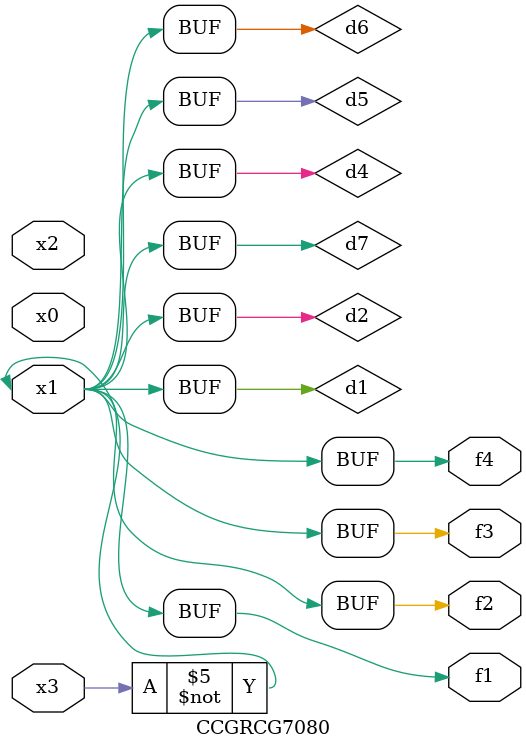
<source format=v>
module CCGRCG7080(
	input x0, x1, x2, x3,
	output f1, f2, f3, f4
);

	wire d1, d2, d3, d4, d5, d6, d7;

	not (d1, x3);
	buf (d2, x1);
	xnor (d3, d1, d2);
	nor (d4, d1);
	buf (d5, d1, d2);
	buf (d6, d4, d5);
	nand (d7, d4);
	assign f1 = d6;
	assign f2 = d7;
	assign f3 = d6;
	assign f4 = d6;
endmodule

</source>
